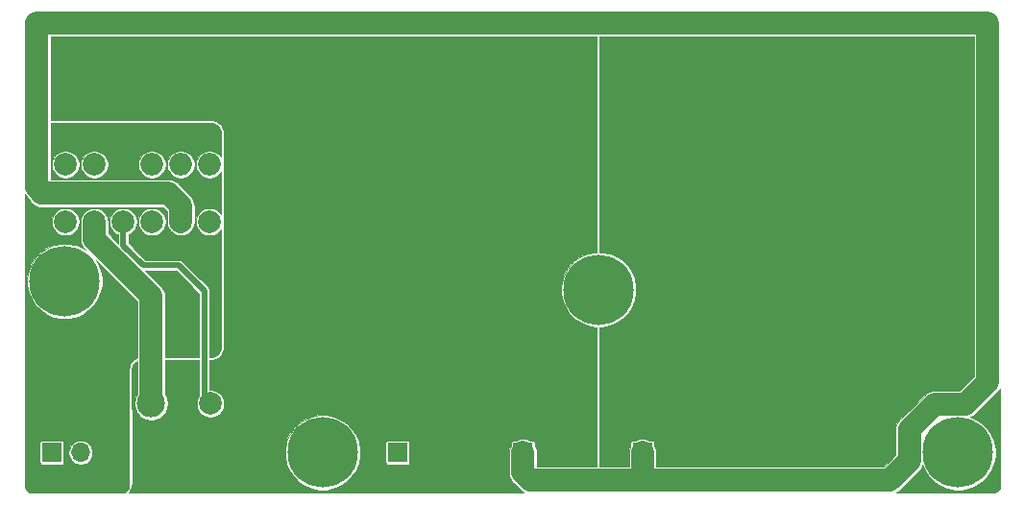
<source format=gbr>
G04 #@! TF.GenerationSoftware,KiCad,Pcbnew,(5.1.10)-1*
G04 #@! TF.CreationDate,2022-08-27T03:45:47-05:00*
G04 #@! TF.ProjectId,Common Slot Mini v1,436f6d6d-6f6e-4205-936c-6f74204d696e,rev?*
G04 #@! TF.SameCoordinates,Original*
G04 #@! TF.FileFunction,Copper,L2,Bot*
G04 #@! TF.FilePolarity,Positive*
%FSLAX46Y46*%
G04 Gerber Fmt 4.6, Leading zero omitted, Abs format (unit mm)*
G04 Created by KiCad (PCBNEW (5.1.10)-1) date 2022-08-27 03:45:47*
%MOMM*%
%LPD*%
G01*
G04 APERTURE LIST*
G04 #@! TA.AperFunction,ComponentPad*
%ADD10C,2.010000*%
G04 #@! TD*
G04 #@! TA.AperFunction,WasherPad*
%ADD11C,6.200000*%
G04 #@! TD*
G04 #@! TA.AperFunction,ComponentPad*
%ADD12C,2.000000*%
G04 #@! TD*
G04 #@! TA.AperFunction,ComponentPad*
%ADD13O,2.000000X2.000000*%
G04 #@! TD*
G04 #@! TA.AperFunction,ComponentPad*
%ADD14R,2.000000X2.000000*%
G04 #@! TD*
G04 #@! TA.AperFunction,ComponentPad*
%ADD15C,2.490000*%
G04 #@! TD*
G04 #@! TA.AperFunction,ComponentPad*
%ADD16C,3.750000*%
G04 #@! TD*
G04 #@! TA.AperFunction,ComponentPad*
%ADD17R,1.700000X1.700000*%
G04 #@! TD*
G04 #@! TA.AperFunction,ComponentPad*
%ADD18O,1.700000X1.700000*%
G04 #@! TD*
G04 #@! TA.AperFunction,ViaPad*
%ADD19C,1.500000*%
G04 #@! TD*
G04 #@! TA.AperFunction,ViaPad*
%ADD20C,0.800000*%
G04 #@! TD*
G04 #@! TA.AperFunction,Conductor*
%ADD21C,2.000000*%
G04 #@! TD*
G04 #@! TA.AperFunction,Conductor*
%ADD22C,0.500000*%
G04 #@! TD*
G04 #@! TA.AperFunction,Conductor*
%ADD23C,0.100000*%
G04 #@! TD*
G04 APERTURE END LIST*
D10*
X116760000Y-104048000D03*
D11*
X151000000Y-94000000D03*
X182673000Y-108366000D03*
X126666000Y-108366000D03*
X103933000Y-93253000D03*
D12*
X104000000Y-88000000D03*
X104000000Y-82960000D03*
X106540000Y-88000000D03*
X106540000Y-82960000D03*
X109080000Y-88000000D03*
D13*
X109080000Y-82960000D03*
D12*
X111620000Y-88000000D03*
D13*
X111620000Y-82960000D03*
D12*
X114160000Y-88000000D03*
D13*
X114160000Y-82960000D03*
D12*
X116700000Y-88000000D03*
D13*
X116700000Y-82960000D03*
D12*
X119240000Y-88000000D03*
D13*
X119240000Y-82960000D03*
D12*
X121780000Y-88000000D03*
D13*
X121780000Y-82960000D03*
D12*
X124320000Y-88000000D03*
D13*
X124320000Y-82960000D03*
D12*
X126860000Y-88000000D03*
D13*
X126860000Y-82960000D03*
D12*
X129400000Y-88000000D03*
D13*
X129400000Y-82960000D03*
D12*
X131940000Y-88000000D03*
D13*
X131940000Y-82960000D03*
D12*
X134480000Y-88000000D03*
D13*
X134480000Y-82960000D03*
D12*
X137020000Y-88000000D03*
D13*
X137020000Y-82960000D03*
D12*
X139560000Y-88000000D03*
D13*
X139560000Y-82960000D03*
D12*
X142100000Y-88000000D03*
D13*
X142100000Y-82960000D03*
D12*
X144640000Y-88000000D03*
D13*
X144640000Y-82960000D03*
D12*
X147180000Y-88000000D03*
D13*
X147180000Y-82960000D03*
D12*
X149720000Y-88000000D03*
D13*
X149720000Y-82960000D03*
D12*
X152260000Y-88000000D03*
D13*
X152260000Y-82960000D03*
D12*
X154800000Y-88000000D03*
D13*
X154800000Y-82960000D03*
D12*
X157340000Y-88000000D03*
D13*
X157340000Y-82960000D03*
D12*
X159880000Y-88000000D03*
D13*
X159880000Y-82960000D03*
D12*
X162420000Y-88000000D03*
D13*
X162420000Y-82960000D03*
D12*
X164960000Y-88000000D03*
D13*
X164960000Y-82960000D03*
D12*
X167500000Y-88000000D03*
D13*
X167500000Y-82960000D03*
D12*
X170040000Y-88000000D03*
D13*
X170040000Y-82960000D03*
D12*
X172580000Y-88000000D03*
D13*
X172580000Y-82960000D03*
D12*
X175120000Y-88000000D03*
D13*
X175120000Y-82960000D03*
D12*
X177660000Y-88000000D03*
D13*
X177660000Y-82960000D03*
D12*
X180200000Y-88000000D03*
D13*
X180200000Y-82960000D03*
D12*
X182740000Y-88000000D03*
D14*
X182740000Y-82960000D03*
D15*
X111553000Y-104048000D03*
X148510000Y-104810000D03*
X148510000Y-99984000D03*
X181276000Y-95920000D03*
X177339000Y-103794000D03*
D16*
X138350000Y-104175000D03*
X132635000Y-104175000D03*
X144065000Y-104175000D03*
X162737800Y-104140000D03*
X157657800Y-98552000D03*
X157657800Y-104140000D03*
X114093000Y-107858000D03*
X144065000Y-98460000D03*
X138350000Y-98460000D03*
X119808000Y-107858000D03*
X167817800Y-104140000D03*
X177977800Y-98552000D03*
X162737800Y-98552000D03*
X167817800Y-98552000D03*
X121205000Y-98460000D03*
X126920000Y-98460000D03*
X132635000Y-98460000D03*
X144065000Y-92745000D03*
X153717000Y-101508000D03*
X172897800Y-104140000D03*
X178104800Y-92964000D03*
X172897800Y-98552000D03*
X126920000Y-92745000D03*
X132635000Y-92745000D03*
X138350000Y-92745000D03*
X167944800Y-92964000D03*
X157784800Y-92964000D03*
X162864800Y-92964000D03*
X121205000Y-92745000D03*
X173024800Y-92964000D03*
D17*
X133270000Y-108366000D03*
D18*
X135810000Y-108366000D03*
X141779000Y-108366000D03*
D17*
X144319000Y-108366000D03*
D18*
X149780000Y-108366000D03*
X152320000Y-108366000D03*
D17*
X154860000Y-108366000D03*
X102790000Y-108366000D03*
D18*
X105330000Y-108366000D03*
X107870000Y-108366000D03*
D19*
X185269990Y-75473000D03*
D20*
X185213000Y-104556000D03*
X116760000Y-85633000D03*
X114093000Y-96301000D03*
D21*
X114160000Y-86585787D02*
X113080213Y-85506000D01*
X114160000Y-88000000D02*
X114160000Y-86585787D01*
X113080213Y-85506000D02*
X101901000Y-85506000D01*
X101901000Y-85379000D02*
X101480010Y-84958010D01*
X101901000Y-85506000D02*
X101901000Y-85379000D01*
X101480010Y-84958010D02*
X101480010Y-70480010D01*
X101480010Y-70480010D02*
X185269990Y-70480010D01*
X185269990Y-70480010D02*
X185269990Y-75473000D01*
X144319000Y-110144000D02*
X144993990Y-110818990D01*
X144319000Y-108366000D02*
X144319000Y-110144000D01*
X154860000Y-110271000D02*
X154312010Y-110818990D01*
X154860000Y-108366000D02*
X154860000Y-110271000D01*
X144993990Y-110818990D02*
X154312010Y-110818990D01*
X183287599Y-104105999D02*
X185269990Y-102123608D01*
X185269990Y-102123608D02*
X185269990Y-75473000D01*
X180628199Y-104105999D02*
X183287599Y-104105999D01*
X178413197Y-106321001D02*
X180628199Y-104105999D01*
X178367999Y-106321001D02*
X178413197Y-106321001D01*
X178367999Y-109115001D02*
X178367999Y-106321001D01*
X176664010Y-110818990D02*
X178367999Y-109115001D01*
X154312010Y-110818990D02*
X176664010Y-110818990D01*
D22*
X116252000Y-104048000D02*
X116252000Y-94142000D01*
X116252000Y-94142000D02*
X113966000Y-91856000D01*
X109080000Y-88000000D02*
X109080000Y-90101144D01*
X110834856Y-91856000D02*
X113966000Y-91856000D01*
X109080000Y-90101144D02*
X110834856Y-91856000D01*
D21*
X111553000Y-104048000D02*
X111553000Y-94908202D01*
X111553000Y-94568198D02*
X111553000Y-94908202D01*
X106540000Y-89555198D02*
X111553000Y-94568198D01*
X106540000Y-88000000D02*
X106540000Y-89555198D01*
D23*
X116935288Y-79318491D02*
X117113456Y-79372537D01*
X117277655Y-79460303D01*
X117421580Y-79578420D01*
X117539697Y-79722345D01*
X117627463Y-79886544D01*
X117681509Y-80064712D01*
X117700000Y-80252454D01*
X117700000Y-82278663D01*
X117639869Y-82188670D01*
X117471330Y-82020131D01*
X117273150Y-81887712D01*
X117052944Y-81796499D01*
X116819175Y-81750000D01*
X116580825Y-81750000D01*
X116347056Y-81796499D01*
X116126850Y-81887712D01*
X115928670Y-82020131D01*
X115760131Y-82188670D01*
X115627712Y-82386850D01*
X115536499Y-82607056D01*
X115490000Y-82840825D01*
X115490000Y-83079175D01*
X115536499Y-83312944D01*
X115627712Y-83533150D01*
X115760131Y-83731330D01*
X115928670Y-83899869D01*
X116126850Y-84032288D01*
X116347056Y-84123501D01*
X116580825Y-84170000D01*
X116819175Y-84170000D01*
X117052944Y-84123501D01*
X117273150Y-84032288D01*
X117471330Y-83899869D01*
X117639869Y-83731330D01*
X117700000Y-83641337D01*
X117700000Y-87318663D01*
X117639869Y-87228670D01*
X117471330Y-87060131D01*
X117273150Y-86927712D01*
X117052944Y-86836499D01*
X116819175Y-86790000D01*
X116580825Y-86790000D01*
X116347056Y-86836499D01*
X116126850Y-86927712D01*
X115928670Y-87060131D01*
X115760131Y-87228670D01*
X115627712Y-87426850D01*
X115536499Y-87647056D01*
X115490000Y-87880825D01*
X115490000Y-88119175D01*
X115536499Y-88352944D01*
X115627712Y-88573150D01*
X115760131Y-88771330D01*
X115928670Y-88939869D01*
X116126850Y-89072288D01*
X116347056Y-89163501D01*
X116580825Y-89210000D01*
X116819175Y-89210000D01*
X117052944Y-89163501D01*
X117273150Y-89072288D01*
X117471330Y-88939869D01*
X117639869Y-88771330D01*
X117700000Y-88681337D01*
X117700000Y-98995560D01*
X117681462Y-99183542D01*
X117627281Y-99361913D01*
X117539302Y-99526267D01*
X117420918Y-99670264D01*
X117276681Y-99788369D01*
X117112155Y-99876023D01*
X116933679Y-99929850D01*
X116745667Y-99948016D01*
X116712000Y-99947950D01*
X116712000Y-94164579D01*
X116714224Y-94141999D01*
X116712000Y-94119419D01*
X116712000Y-94119410D01*
X116705343Y-94051824D01*
X116679040Y-93965114D01*
X116636326Y-93885202D01*
X116578842Y-93815158D01*
X116561297Y-93800759D01*
X114307245Y-91546708D01*
X114292842Y-91529158D01*
X114222798Y-91471674D01*
X114142886Y-91428960D01*
X114056176Y-91402657D01*
X113988590Y-91396000D01*
X113988582Y-91396000D01*
X113966000Y-91393776D01*
X113943418Y-91396000D01*
X111025394Y-91396000D01*
X109540000Y-89910607D01*
X109540000Y-89119157D01*
X109653150Y-89072288D01*
X109851330Y-88939869D01*
X110019869Y-88771330D01*
X110152288Y-88573150D01*
X110243501Y-88352944D01*
X110290000Y-88119175D01*
X110290000Y-87880825D01*
X110410000Y-87880825D01*
X110410000Y-88119175D01*
X110456499Y-88352944D01*
X110547712Y-88573150D01*
X110680131Y-88771330D01*
X110848670Y-88939869D01*
X111046850Y-89072288D01*
X111267056Y-89163501D01*
X111500825Y-89210000D01*
X111739175Y-89210000D01*
X111972944Y-89163501D01*
X112193150Y-89072288D01*
X112391330Y-88939869D01*
X112559869Y-88771330D01*
X112692288Y-88573150D01*
X112783501Y-88352944D01*
X112830000Y-88119175D01*
X112830000Y-87880825D01*
X112783501Y-87647056D01*
X112692288Y-87426850D01*
X112559869Y-87228670D01*
X112391330Y-87060131D01*
X112193150Y-86927712D01*
X111972944Y-86836499D01*
X111739175Y-86790000D01*
X111500825Y-86790000D01*
X111267056Y-86836499D01*
X111046850Y-86927712D01*
X110848670Y-87060131D01*
X110680131Y-87228670D01*
X110547712Y-87426850D01*
X110456499Y-87647056D01*
X110410000Y-87880825D01*
X110290000Y-87880825D01*
X110243501Y-87647056D01*
X110152288Y-87426850D01*
X110019869Y-87228670D01*
X109851330Y-87060131D01*
X109653150Y-86927712D01*
X109432944Y-86836499D01*
X109199175Y-86790000D01*
X108960825Y-86790000D01*
X108727056Y-86836499D01*
X108506850Y-86927712D01*
X108308670Y-87060131D01*
X108140131Y-87228670D01*
X108007712Y-87426850D01*
X107916499Y-87647056D01*
X107870000Y-87880825D01*
X107870000Y-88119175D01*
X107916499Y-88352944D01*
X108007712Y-88573150D01*
X108140131Y-88771330D01*
X108308670Y-88939869D01*
X108506850Y-89072288D01*
X108620001Y-89119157D01*
X108620001Y-89924002D01*
X107750000Y-89054001D01*
X107750000Y-87880825D01*
X107738346Y-87822235D01*
X107732492Y-87762799D01*
X107715156Y-87705649D01*
X107703501Y-87647056D01*
X107680639Y-87591864D01*
X107663303Y-87534713D01*
X107635148Y-87482040D01*
X107612288Y-87426850D01*
X107579100Y-87377180D01*
X107550946Y-87324508D01*
X107513058Y-87278341D01*
X107479869Y-87228670D01*
X107437628Y-87186429D01*
X107399739Y-87140261D01*
X107353572Y-87102373D01*
X107311330Y-87060131D01*
X107261655Y-87026939D01*
X107215491Y-86989054D01*
X107162824Y-86960903D01*
X107113150Y-86927712D01*
X107057956Y-86904850D01*
X107005286Y-86876697D01*
X106948139Y-86859362D01*
X106892944Y-86836499D01*
X106834348Y-86824844D01*
X106777200Y-86807508D01*
X106717766Y-86801654D01*
X106659175Y-86790000D01*
X106599437Y-86790000D01*
X106540000Y-86784146D01*
X106480563Y-86790000D01*
X106420825Y-86790000D01*
X106362235Y-86801654D01*
X106302799Y-86807508D01*
X106245649Y-86824844D01*
X106187056Y-86836499D01*
X106131864Y-86859361D01*
X106074713Y-86876697D01*
X106022040Y-86904852D01*
X105966850Y-86927712D01*
X105917180Y-86960900D01*
X105864508Y-86989054D01*
X105818341Y-87026942D01*
X105768670Y-87060131D01*
X105726429Y-87102372D01*
X105680261Y-87140261D01*
X105642373Y-87186428D01*
X105600131Y-87228670D01*
X105566939Y-87278345D01*
X105529054Y-87324509D01*
X105500903Y-87377176D01*
X105467712Y-87426850D01*
X105444850Y-87482044D01*
X105416697Y-87534714D01*
X105399362Y-87591861D01*
X105376499Y-87647056D01*
X105364844Y-87705652D01*
X105347508Y-87762800D01*
X105341654Y-87822234D01*
X105330000Y-87880825D01*
X105330000Y-89495763D01*
X105324146Y-89555198D01*
X105330000Y-89614633D01*
X105330000Y-89614635D01*
X105347508Y-89792399D01*
X105416698Y-90020485D01*
X105529055Y-90230690D01*
X105680262Y-90414937D01*
X105726435Y-90452830D01*
X105779481Y-90505876D01*
X105500873Y-90319716D01*
X104898491Y-90070201D01*
X104259007Y-89943000D01*
X103606993Y-89943000D01*
X102967509Y-90070201D01*
X102365127Y-90319716D01*
X101822998Y-90681955D01*
X101361955Y-91142998D01*
X100999716Y-91685127D01*
X100750201Y-92287509D01*
X100623000Y-92926993D01*
X100623000Y-93579007D01*
X100750201Y-94218491D01*
X100999716Y-94820873D01*
X101361955Y-95363002D01*
X101822998Y-95824045D01*
X102365127Y-96186284D01*
X102967509Y-96435799D01*
X103606993Y-96563000D01*
X104259007Y-96563000D01*
X104898491Y-96435799D01*
X105500873Y-96186284D01*
X106043002Y-95824045D01*
X106504045Y-95363002D01*
X106866284Y-94820873D01*
X107115799Y-94218491D01*
X107243000Y-93579007D01*
X107243000Y-92926993D01*
X107115799Y-92287509D01*
X106866284Y-91685127D01*
X106680125Y-91406520D01*
X110343001Y-95069397D01*
X110343000Y-99986676D01*
X110253191Y-100013785D01*
X110244113Y-100017533D01*
X110070784Y-100109963D01*
X110062613Y-100115413D01*
X109910697Y-100239943D01*
X109903750Y-100246886D01*
X109779108Y-100398710D01*
X109773651Y-100406876D01*
X109681093Y-100580137D01*
X109677339Y-100589213D01*
X109620437Y-100777225D01*
X109618529Y-100786860D01*
X109599478Y-100982368D01*
X109599242Y-100987279D01*
X109611751Y-111094918D01*
X109593325Y-111283531D01*
X109539015Y-111462498D01*
X109450685Y-111627356D01*
X109331762Y-111771706D01*
X109206406Y-111874000D01*
X100806604Y-111874000D01*
X100748785Y-111842814D01*
X100605834Y-111724794D01*
X100488527Y-111581250D01*
X100425000Y-111462049D01*
X100425000Y-107516000D01*
X101728984Y-107516000D01*
X101728984Y-109216000D01*
X101733039Y-109257167D01*
X101745047Y-109296752D01*
X101764547Y-109333234D01*
X101790789Y-109365211D01*
X101822766Y-109391453D01*
X101859248Y-109410953D01*
X101898833Y-109422961D01*
X101940000Y-109427016D01*
X103640000Y-109427016D01*
X103681167Y-109422961D01*
X103720752Y-109410953D01*
X103757234Y-109391453D01*
X103789211Y-109365211D01*
X103815453Y-109333234D01*
X103834953Y-109296752D01*
X103846961Y-109257167D01*
X103851016Y-109216000D01*
X103851016Y-108261599D01*
X104270000Y-108261599D01*
X104270000Y-108470401D01*
X104310735Y-108675191D01*
X104390640Y-108868098D01*
X104506644Y-109041711D01*
X104654289Y-109189356D01*
X104827902Y-109305360D01*
X105020809Y-109385265D01*
X105225599Y-109426000D01*
X105434401Y-109426000D01*
X105639191Y-109385265D01*
X105832098Y-109305360D01*
X106005711Y-109189356D01*
X106153356Y-109041711D01*
X106269360Y-108868098D01*
X106349265Y-108675191D01*
X106390000Y-108470401D01*
X106390000Y-108261599D01*
X106349265Y-108056809D01*
X106269360Y-107863902D01*
X106153356Y-107690289D01*
X106005711Y-107542644D01*
X105832098Y-107426640D01*
X105639191Y-107346735D01*
X105434401Y-107306000D01*
X105225599Y-107306000D01*
X105020809Y-107346735D01*
X104827902Y-107426640D01*
X104654289Y-107542644D01*
X104506644Y-107690289D01*
X104390640Y-107863902D01*
X104310735Y-108056809D01*
X104270000Y-108261599D01*
X103851016Y-108261599D01*
X103851016Y-107516000D01*
X103846961Y-107474833D01*
X103834953Y-107435248D01*
X103815453Y-107398766D01*
X103789211Y-107366789D01*
X103757234Y-107340547D01*
X103720752Y-107321047D01*
X103681167Y-107309039D01*
X103640000Y-107304984D01*
X101940000Y-107304984D01*
X101898833Y-107309039D01*
X101859248Y-107321047D01*
X101822766Y-107340547D01*
X101790789Y-107366789D01*
X101764547Y-107398766D01*
X101745047Y-107435248D01*
X101733039Y-107474833D01*
X101728984Y-107516000D01*
X100425000Y-107516000D01*
X100425000Y-87880825D01*
X102790000Y-87880825D01*
X102790000Y-88119175D01*
X102836499Y-88352944D01*
X102927712Y-88573150D01*
X103060131Y-88771330D01*
X103228670Y-88939869D01*
X103426850Y-89072288D01*
X103647056Y-89163501D01*
X103880825Y-89210000D01*
X104119175Y-89210000D01*
X104352944Y-89163501D01*
X104573150Y-89072288D01*
X104771330Y-88939869D01*
X104939869Y-88771330D01*
X105072288Y-88573150D01*
X105163501Y-88352944D01*
X105210000Y-88119175D01*
X105210000Y-87880825D01*
X105163501Y-87647056D01*
X105072288Y-87426850D01*
X104939869Y-87228670D01*
X104771330Y-87060131D01*
X104573150Y-86927712D01*
X104352944Y-86836499D01*
X104119175Y-86790000D01*
X103880825Y-86790000D01*
X103647056Y-86836499D01*
X103426850Y-86927712D01*
X103228670Y-87060131D01*
X103060131Y-87228670D01*
X102927712Y-87426850D01*
X102836499Y-87647056D01*
X102790000Y-87880825D01*
X100425000Y-87880825D01*
X100425000Y-85551063D01*
X100469064Y-85633501D01*
X100620271Y-85817749D01*
X100666450Y-85855647D01*
X100775784Y-85964981D01*
X100777697Y-85971287D01*
X100890054Y-86181492D01*
X100968129Y-86276627D01*
X101041261Y-86365739D01*
X101225508Y-86516946D01*
X101435713Y-86629303D01*
X101663799Y-86698492D01*
X101901000Y-86721854D01*
X101960437Y-86716000D01*
X112579015Y-86716000D01*
X112950000Y-87086985D01*
X112950000Y-88119175D01*
X112961654Y-88177766D01*
X112967508Y-88237200D01*
X112984844Y-88294348D01*
X112996499Y-88352944D01*
X113019362Y-88408139D01*
X113036697Y-88465286D01*
X113064850Y-88517956D01*
X113087712Y-88573150D01*
X113120903Y-88622824D01*
X113149054Y-88675491D01*
X113186939Y-88721655D01*
X113220131Y-88771330D01*
X113262373Y-88813572D01*
X113300261Y-88859739D01*
X113346429Y-88897628D01*
X113388670Y-88939869D01*
X113438341Y-88973058D01*
X113484508Y-89010946D01*
X113537180Y-89039100D01*
X113586850Y-89072288D01*
X113642040Y-89095148D01*
X113694713Y-89123303D01*
X113751864Y-89140639D01*
X113807056Y-89163501D01*
X113865649Y-89175156D01*
X113922799Y-89192492D01*
X113982235Y-89198346D01*
X114040825Y-89210000D01*
X114100563Y-89210000D01*
X114160000Y-89215854D01*
X114219437Y-89210000D01*
X114279175Y-89210000D01*
X114337766Y-89198346D01*
X114397200Y-89192492D01*
X114454348Y-89175156D01*
X114512944Y-89163501D01*
X114568139Y-89140638D01*
X114625286Y-89123303D01*
X114677956Y-89095150D01*
X114733150Y-89072288D01*
X114782824Y-89039097D01*
X114835491Y-89010946D01*
X114881655Y-88973061D01*
X114931330Y-88939869D01*
X114973572Y-88897627D01*
X115019739Y-88859739D01*
X115057628Y-88813571D01*
X115099869Y-88771330D01*
X115133058Y-88721659D01*
X115170946Y-88675492D01*
X115199100Y-88622820D01*
X115232288Y-88573150D01*
X115255148Y-88517960D01*
X115283303Y-88465287D01*
X115300639Y-88408136D01*
X115323501Y-88352944D01*
X115335156Y-88294351D01*
X115352492Y-88237201D01*
X115358346Y-88177765D01*
X115370000Y-88119175D01*
X115370000Y-86645221D01*
X115375854Y-86585786D01*
X115369074Y-86516946D01*
X115352492Y-86348586D01*
X115283303Y-86120500D01*
X115170946Y-85910295D01*
X115170945Y-85910293D01*
X115057627Y-85772215D01*
X115019739Y-85726048D01*
X114973570Y-85688159D01*
X113977849Y-84692439D01*
X113939952Y-84646261D01*
X113755705Y-84495054D01*
X113545500Y-84382697D01*
X113317414Y-84313508D01*
X113139650Y-84296000D01*
X113139648Y-84296000D01*
X113080213Y-84290146D01*
X113020778Y-84296000D01*
X102690010Y-84296000D01*
X102690010Y-82840825D01*
X102790000Y-82840825D01*
X102790000Y-83079175D01*
X102836499Y-83312944D01*
X102927712Y-83533150D01*
X103060131Y-83731330D01*
X103228670Y-83899869D01*
X103426850Y-84032288D01*
X103647056Y-84123501D01*
X103880825Y-84170000D01*
X104119175Y-84170000D01*
X104352944Y-84123501D01*
X104573150Y-84032288D01*
X104771330Y-83899869D01*
X104939869Y-83731330D01*
X105072288Y-83533150D01*
X105163501Y-83312944D01*
X105210000Y-83079175D01*
X105210000Y-82840825D01*
X105330000Y-82840825D01*
X105330000Y-83079175D01*
X105376499Y-83312944D01*
X105467712Y-83533150D01*
X105600131Y-83731330D01*
X105768670Y-83899869D01*
X105966850Y-84032288D01*
X106187056Y-84123501D01*
X106420825Y-84170000D01*
X106659175Y-84170000D01*
X106892944Y-84123501D01*
X107113150Y-84032288D01*
X107311330Y-83899869D01*
X107479869Y-83731330D01*
X107612288Y-83533150D01*
X107703501Y-83312944D01*
X107750000Y-83079175D01*
X107750000Y-82840825D01*
X110410000Y-82840825D01*
X110410000Y-83079175D01*
X110456499Y-83312944D01*
X110547712Y-83533150D01*
X110680131Y-83731330D01*
X110848670Y-83899869D01*
X111046850Y-84032288D01*
X111267056Y-84123501D01*
X111500825Y-84170000D01*
X111739175Y-84170000D01*
X111972944Y-84123501D01*
X112193150Y-84032288D01*
X112391330Y-83899869D01*
X112559869Y-83731330D01*
X112692288Y-83533150D01*
X112783501Y-83312944D01*
X112830000Y-83079175D01*
X112830000Y-82840825D01*
X112950000Y-82840825D01*
X112950000Y-83079175D01*
X112996499Y-83312944D01*
X113087712Y-83533150D01*
X113220131Y-83731330D01*
X113388670Y-83899869D01*
X113586850Y-84032288D01*
X113807056Y-84123501D01*
X114040825Y-84170000D01*
X114279175Y-84170000D01*
X114512944Y-84123501D01*
X114733150Y-84032288D01*
X114931330Y-83899869D01*
X115099869Y-83731330D01*
X115232288Y-83533150D01*
X115323501Y-83312944D01*
X115370000Y-83079175D01*
X115370000Y-82840825D01*
X115323501Y-82607056D01*
X115232288Y-82386850D01*
X115099869Y-82188670D01*
X114931330Y-82020131D01*
X114733150Y-81887712D01*
X114512944Y-81796499D01*
X114279175Y-81750000D01*
X114040825Y-81750000D01*
X113807056Y-81796499D01*
X113586850Y-81887712D01*
X113388670Y-82020131D01*
X113220131Y-82188670D01*
X113087712Y-82386850D01*
X112996499Y-82607056D01*
X112950000Y-82840825D01*
X112830000Y-82840825D01*
X112783501Y-82607056D01*
X112692288Y-82386850D01*
X112559869Y-82188670D01*
X112391330Y-82020131D01*
X112193150Y-81887712D01*
X111972944Y-81796499D01*
X111739175Y-81750000D01*
X111500825Y-81750000D01*
X111267056Y-81796499D01*
X111046850Y-81887712D01*
X110848670Y-82020131D01*
X110680131Y-82188670D01*
X110547712Y-82386850D01*
X110456499Y-82607056D01*
X110410000Y-82840825D01*
X107750000Y-82840825D01*
X107703501Y-82607056D01*
X107612288Y-82386850D01*
X107479869Y-82188670D01*
X107311330Y-82020131D01*
X107113150Y-81887712D01*
X106892944Y-81796499D01*
X106659175Y-81750000D01*
X106420825Y-81750000D01*
X106187056Y-81796499D01*
X105966850Y-81887712D01*
X105768670Y-82020131D01*
X105600131Y-82188670D01*
X105467712Y-82386850D01*
X105376499Y-82607056D01*
X105330000Y-82840825D01*
X105210000Y-82840825D01*
X105163501Y-82607056D01*
X105072288Y-82386850D01*
X104939869Y-82188670D01*
X104771330Y-82020131D01*
X104573150Y-81887712D01*
X104352944Y-81796499D01*
X104119175Y-81750000D01*
X103880825Y-81750000D01*
X103647056Y-81796499D01*
X103426850Y-81887712D01*
X103228670Y-82020131D01*
X103060131Y-82188670D01*
X102927712Y-82386850D01*
X102836499Y-82607056D01*
X102790000Y-82840825D01*
X102690010Y-82840825D01*
X102690010Y-79300000D01*
X116747546Y-79300000D01*
X116935288Y-79318491D01*
G04 #@! TA.AperFunction,Conductor*
G36*
X116935288Y-79318491D02*
G01*
X117113456Y-79372537D01*
X117277655Y-79460303D01*
X117421580Y-79578420D01*
X117539697Y-79722345D01*
X117627463Y-79886544D01*
X117681509Y-80064712D01*
X117700000Y-80252454D01*
X117700000Y-82278663D01*
X117639869Y-82188670D01*
X117471330Y-82020131D01*
X117273150Y-81887712D01*
X117052944Y-81796499D01*
X116819175Y-81750000D01*
X116580825Y-81750000D01*
X116347056Y-81796499D01*
X116126850Y-81887712D01*
X115928670Y-82020131D01*
X115760131Y-82188670D01*
X115627712Y-82386850D01*
X115536499Y-82607056D01*
X115490000Y-82840825D01*
X115490000Y-83079175D01*
X115536499Y-83312944D01*
X115627712Y-83533150D01*
X115760131Y-83731330D01*
X115928670Y-83899869D01*
X116126850Y-84032288D01*
X116347056Y-84123501D01*
X116580825Y-84170000D01*
X116819175Y-84170000D01*
X117052944Y-84123501D01*
X117273150Y-84032288D01*
X117471330Y-83899869D01*
X117639869Y-83731330D01*
X117700000Y-83641337D01*
X117700000Y-87318663D01*
X117639869Y-87228670D01*
X117471330Y-87060131D01*
X117273150Y-86927712D01*
X117052944Y-86836499D01*
X116819175Y-86790000D01*
X116580825Y-86790000D01*
X116347056Y-86836499D01*
X116126850Y-86927712D01*
X115928670Y-87060131D01*
X115760131Y-87228670D01*
X115627712Y-87426850D01*
X115536499Y-87647056D01*
X115490000Y-87880825D01*
X115490000Y-88119175D01*
X115536499Y-88352944D01*
X115627712Y-88573150D01*
X115760131Y-88771330D01*
X115928670Y-88939869D01*
X116126850Y-89072288D01*
X116347056Y-89163501D01*
X116580825Y-89210000D01*
X116819175Y-89210000D01*
X117052944Y-89163501D01*
X117273150Y-89072288D01*
X117471330Y-88939869D01*
X117639869Y-88771330D01*
X117700000Y-88681337D01*
X117700000Y-98995560D01*
X117681462Y-99183542D01*
X117627281Y-99361913D01*
X117539302Y-99526267D01*
X117420918Y-99670264D01*
X117276681Y-99788369D01*
X117112155Y-99876023D01*
X116933679Y-99929850D01*
X116745667Y-99948016D01*
X116712000Y-99947950D01*
X116712000Y-94164579D01*
X116714224Y-94141999D01*
X116712000Y-94119419D01*
X116712000Y-94119410D01*
X116705343Y-94051824D01*
X116679040Y-93965114D01*
X116636326Y-93885202D01*
X116578842Y-93815158D01*
X116561297Y-93800759D01*
X114307245Y-91546708D01*
X114292842Y-91529158D01*
X114222798Y-91471674D01*
X114142886Y-91428960D01*
X114056176Y-91402657D01*
X113988590Y-91396000D01*
X113988582Y-91396000D01*
X113966000Y-91393776D01*
X113943418Y-91396000D01*
X111025394Y-91396000D01*
X109540000Y-89910607D01*
X109540000Y-89119157D01*
X109653150Y-89072288D01*
X109851330Y-88939869D01*
X110019869Y-88771330D01*
X110152288Y-88573150D01*
X110243501Y-88352944D01*
X110290000Y-88119175D01*
X110290000Y-87880825D01*
X110410000Y-87880825D01*
X110410000Y-88119175D01*
X110456499Y-88352944D01*
X110547712Y-88573150D01*
X110680131Y-88771330D01*
X110848670Y-88939869D01*
X111046850Y-89072288D01*
X111267056Y-89163501D01*
X111500825Y-89210000D01*
X111739175Y-89210000D01*
X111972944Y-89163501D01*
X112193150Y-89072288D01*
X112391330Y-88939869D01*
X112559869Y-88771330D01*
X112692288Y-88573150D01*
X112783501Y-88352944D01*
X112830000Y-88119175D01*
X112830000Y-87880825D01*
X112783501Y-87647056D01*
X112692288Y-87426850D01*
X112559869Y-87228670D01*
X112391330Y-87060131D01*
X112193150Y-86927712D01*
X111972944Y-86836499D01*
X111739175Y-86790000D01*
X111500825Y-86790000D01*
X111267056Y-86836499D01*
X111046850Y-86927712D01*
X110848670Y-87060131D01*
X110680131Y-87228670D01*
X110547712Y-87426850D01*
X110456499Y-87647056D01*
X110410000Y-87880825D01*
X110290000Y-87880825D01*
X110243501Y-87647056D01*
X110152288Y-87426850D01*
X110019869Y-87228670D01*
X109851330Y-87060131D01*
X109653150Y-86927712D01*
X109432944Y-86836499D01*
X109199175Y-86790000D01*
X108960825Y-86790000D01*
X108727056Y-86836499D01*
X108506850Y-86927712D01*
X108308670Y-87060131D01*
X108140131Y-87228670D01*
X108007712Y-87426850D01*
X107916499Y-87647056D01*
X107870000Y-87880825D01*
X107870000Y-88119175D01*
X107916499Y-88352944D01*
X108007712Y-88573150D01*
X108140131Y-88771330D01*
X108308670Y-88939869D01*
X108506850Y-89072288D01*
X108620001Y-89119157D01*
X108620001Y-89924002D01*
X107750000Y-89054001D01*
X107750000Y-87880825D01*
X107738346Y-87822235D01*
X107732492Y-87762799D01*
X107715156Y-87705649D01*
X107703501Y-87647056D01*
X107680639Y-87591864D01*
X107663303Y-87534713D01*
X107635148Y-87482040D01*
X107612288Y-87426850D01*
X107579100Y-87377180D01*
X107550946Y-87324508D01*
X107513058Y-87278341D01*
X107479869Y-87228670D01*
X107437628Y-87186429D01*
X107399739Y-87140261D01*
X107353572Y-87102373D01*
X107311330Y-87060131D01*
X107261655Y-87026939D01*
X107215491Y-86989054D01*
X107162824Y-86960903D01*
X107113150Y-86927712D01*
X107057956Y-86904850D01*
X107005286Y-86876697D01*
X106948139Y-86859362D01*
X106892944Y-86836499D01*
X106834348Y-86824844D01*
X106777200Y-86807508D01*
X106717766Y-86801654D01*
X106659175Y-86790000D01*
X106599437Y-86790000D01*
X106540000Y-86784146D01*
X106480563Y-86790000D01*
X106420825Y-86790000D01*
X106362235Y-86801654D01*
X106302799Y-86807508D01*
X106245649Y-86824844D01*
X106187056Y-86836499D01*
X106131864Y-86859361D01*
X106074713Y-86876697D01*
X106022040Y-86904852D01*
X105966850Y-86927712D01*
X105917180Y-86960900D01*
X105864508Y-86989054D01*
X105818341Y-87026942D01*
X105768670Y-87060131D01*
X105726429Y-87102372D01*
X105680261Y-87140261D01*
X105642373Y-87186428D01*
X105600131Y-87228670D01*
X105566939Y-87278345D01*
X105529054Y-87324509D01*
X105500903Y-87377176D01*
X105467712Y-87426850D01*
X105444850Y-87482044D01*
X105416697Y-87534714D01*
X105399362Y-87591861D01*
X105376499Y-87647056D01*
X105364844Y-87705652D01*
X105347508Y-87762800D01*
X105341654Y-87822234D01*
X105330000Y-87880825D01*
X105330000Y-89495763D01*
X105324146Y-89555198D01*
X105330000Y-89614633D01*
X105330000Y-89614635D01*
X105347508Y-89792399D01*
X105416698Y-90020485D01*
X105529055Y-90230690D01*
X105680262Y-90414937D01*
X105726435Y-90452830D01*
X105779481Y-90505876D01*
X105500873Y-90319716D01*
X104898491Y-90070201D01*
X104259007Y-89943000D01*
X103606993Y-89943000D01*
X102967509Y-90070201D01*
X102365127Y-90319716D01*
X101822998Y-90681955D01*
X101361955Y-91142998D01*
X100999716Y-91685127D01*
X100750201Y-92287509D01*
X100623000Y-92926993D01*
X100623000Y-93579007D01*
X100750201Y-94218491D01*
X100999716Y-94820873D01*
X101361955Y-95363002D01*
X101822998Y-95824045D01*
X102365127Y-96186284D01*
X102967509Y-96435799D01*
X103606993Y-96563000D01*
X104259007Y-96563000D01*
X104898491Y-96435799D01*
X105500873Y-96186284D01*
X106043002Y-95824045D01*
X106504045Y-95363002D01*
X106866284Y-94820873D01*
X107115799Y-94218491D01*
X107243000Y-93579007D01*
X107243000Y-92926993D01*
X107115799Y-92287509D01*
X106866284Y-91685127D01*
X106680125Y-91406520D01*
X110343001Y-95069397D01*
X110343000Y-99986676D01*
X110253191Y-100013785D01*
X110244113Y-100017533D01*
X110070784Y-100109963D01*
X110062613Y-100115413D01*
X109910697Y-100239943D01*
X109903750Y-100246886D01*
X109779108Y-100398710D01*
X109773651Y-100406876D01*
X109681093Y-100580137D01*
X109677339Y-100589213D01*
X109620437Y-100777225D01*
X109618529Y-100786860D01*
X109599478Y-100982368D01*
X109599242Y-100987279D01*
X109611751Y-111094918D01*
X109593325Y-111283531D01*
X109539015Y-111462498D01*
X109450685Y-111627356D01*
X109331762Y-111771706D01*
X109206406Y-111874000D01*
X100806604Y-111874000D01*
X100748785Y-111842814D01*
X100605834Y-111724794D01*
X100488527Y-111581250D01*
X100425000Y-111462049D01*
X100425000Y-107516000D01*
X101728984Y-107516000D01*
X101728984Y-109216000D01*
X101733039Y-109257167D01*
X101745047Y-109296752D01*
X101764547Y-109333234D01*
X101790789Y-109365211D01*
X101822766Y-109391453D01*
X101859248Y-109410953D01*
X101898833Y-109422961D01*
X101940000Y-109427016D01*
X103640000Y-109427016D01*
X103681167Y-109422961D01*
X103720752Y-109410953D01*
X103757234Y-109391453D01*
X103789211Y-109365211D01*
X103815453Y-109333234D01*
X103834953Y-109296752D01*
X103846961Y-109257167D01*
X103851016Y-109216000D01*
X103851016Y-108261599D01*
X104270000Y-108261599D01*
X104270000Y-108470401D01*
X104310735Y-108675191D01*
X104390640Y-108868098D01*
X104506644Y-109041711D01*
X104654289Y-109189356D01*
X104827902Y-109305360D01*
X105020809Y-109385265D01*
X105225599Y-109426000D01*
X105434401Y-109426000D01*
X105639191Y-109385265D01*
X105832098Y-109305360D01*
X106005711Y-109189356D01*
X106153356Y-109041711D01*
X106269360Y-108868098D01*
X106349265Y-108675191D01*
X106390000Y-108470401D01*
X106390000Y-108261599D01*
X106349265Y-108056809D01*
X106269360Y-107863902D01*
X106153356Y-107690289D01*
X106005711Y-107542644D01*
X105832098Y-107426640D01*
X105639191Y-107346735D01*
X105434401Y-107306000D01*
X105225599Y-107306000D01*
X105020809Y-107346735D01*
X104827902Y-107426640D01*
X104654289Y-107542644D01*
X104506644Y-107690289D01*
X104390640Y-107863902D01*
X104310735Y-108056809D01*
X104270000Y-108261599D01*
X103851016Y-108261599D01*
X103851016Y-107516000D01*
X103846961Y-107474833D01*
X103834953Y-107435248D01*
X103815453Y-107398766D01*
X103789211Y-107366789D01*
X103757234Y-107340547D01*
X103720752Y-107321047D01*
X103681167Y-107309039D01*
X103640000Y-107304984D01*
X101940000Y-107304984D01*
X101898833Y-107309039D01*
X101859248Y-107321047D01*
X101822766Y-107340547D01*
X101790789Y-107366789D01*
X101764547Y-107398766D01*
X101745047Y-107435248D01*
X101733039Y-107474833D01*
X101728984Y-107516000D01*
X100425000Y-107516000D01*
X100425000Y-87880825D01*
X102790000Y-87880825D01*
X102790000Y-88119175D01*
X102836499Y-88352944D01*
X102927712Y-88573150D01*
X103060131Y-88771330D01*
X103228670Y-88939869D01*
X103426850Y-89072288D01*
X103647056Y-89163501D01*
X103880825Y-89210000D01*
X104119175Y-89210000D01*
X104352944Y-89163501D01*
X104573150Y-89072288D01*
X104771330Y-88939869D01*
X104939869Y-88771330D01*
X105072288Y-88573150D01*
X105163501Y-88352944D01*
X105210000Y-88119175D01*
X105210000Y-87880825D01*
X105163501Y-87647056D01*
X105072288Y-87426850D01*
X104939869Y-87228670D01*
X104771330Y-87060131D01*
X104573150Y-86927712D01*
X104352944Y-86836499D01*
X104119175Y-86790000D01*
X103880825Y-86790000D01*
X103647056Y-86836499D01*
X103426850Y-86927712D01*
X103228670Y-87060131D01*
X103060131Y-87228670D01*
X102927712Y-87426850D01*
X102836499Y-87647056D01*
X102790000Y-87880825D01*
X100425000Y-87880825D01*
X100425000Y-85551063D01*
X100469064Y-85633501D01*
X100620271Y-85817749D01*
X100666450Y-85855647D01*
X100775784Y-85964981D01*
X100777697Y-85971287D01*
X100890054Y-86181492D01*
X100968129Y-86276627D01*
X101041261Y-86365739D01*
X101225508Y-86516946D01*
X101435713Y-86629303D01*
X101663799Y-86698492D01*
X101901000Y-86721854D01*
X101960437Y-86716000D01*
X112579015Y-86716000D01*
X112950000Y-87086985D01*
X112950000Y-88119175D01*
X112961654Y-88177766D01*
X112967508Y-88237200D01*
X112984844Y-88294348D01*
X112996499Y-88352944D01*
X113019362Y-88408139D01*
X113036697Y-88465286D01*
X113064850Y-88517956D01*
X113087712Y-88573150D01*
X113120903Y-88622824D01*
X113149054Y-88675491D01*
X113186939Y-88721655D01*
X113220131Y-88771330D01*
X113262373Y-88813572D01*
X113300261Y-88859739D01*
X113346429Y-88897628D01*
X113388670Y-88939869D01*
X113438341Y-88973058D01*
X113484508Y-89010946D01*
X113537180Y-89039100D01*
X113586850Y-89072288D01*
X113642040Y-89095148D01*
X113694713Y-89123303D01*
X113751864Y-89140639D01*
X113807056Y-89163501D01*
X113865649Y-89175156D01*
X113922799Y-89192492D01*
X113982235Y-89198346D01*
X114040825Y-89210000D01*
X114100563Y-89210000D01*
X114160000Y-89215854D01*
X114219437Y-89210000D01*
X114279175Y-89210000D01*
X114337766Y-89198346D01*
X114397200Y-89192492D01*
X114454348Y-89175156D01*
X114512944Y-89163501D01*
X114568139Y-89140638D01*
X114625286Y-89123303D01*
X114677956Y-89095150D01*
X114733150Y-89072288D01*
X114782824Y-89039097D01*
X114835491Y-89010946D01*
X114881655Y-88973061D01*
X114931330Y-88939869D01*
X114973572Y-88897627D01*
X115019739Y-88859739D01*
X115057628Y-88813571D01*
X115099869Y-88771330D01*
X115133058Y-88721659D01*
X115170946Y-88675492D01*
X115199100Y-88622820D01*
X115232288Y-88573150D01*
X115255148Y-88517960D01*
X115283303Y-88465287D01*
X115300639Y-88408136D01*
X115323501Y-88352944D01*
X115335156Y-88294351D01*
X115352492Y-88237201D01*
X115358346Y-88177765D01*
X115370000Y-88119175D01*
X115370000Y-86645221D01*
X115375854Y-86585786D01*
X115369074Y-86516946D01*
X115352492Y-86348586D01*
X115283303Y-86120500D01*
X115170946Y-85910295D01*
X115170945Y-85910293D01*
X115057627Y-85772215D01*
X115019739Y-85726048D01*
X114973570Y-85688159D01*
X113977849Y-84692439D01*
X113939952Y-84646261D01*
X113755705Y-84495054D01*
X113545500Y-84382697D01*
X113317414Y-84313508D01*
X113139650Y-84296000D01*
X113139648Y-84296000D01*
X113080213Y-84290146D01*
X113020778Y-84296000D01*
X102690010Y-84296000D01*
X102690010Y-82840825D01*
X102790000Y-82840825D01*
X102790000Y-83079175D01*
X102836499Y-83312944D01*
X102927712Y-83533150D01*
X103060131Y-83731330D01*
X103228670Y-83899869D01*
X103426850Y-84032288D01*
X103647056Y-84123501D01*
X103880825Y-84170000D01*
X104119175Y-84170000D01*
X104352944Y-84123501D01*
X104573150Y-84032288D01*
X104771330Y-83899869D01*
X104939869Y-83731330D01*
X105072288Y-83533150D01*
X105163501Y-83312944D01*
X105210000Y-83079175D01*
X105210000Y-82840825D01*
X105330000Y-82840825D01*
X105330000Y-83079175D01*
X105376499Y-83312944D01*
X105467712Y-83533150D01*
X105600131Y-83731330D01*
X105768670Y-83899869D01*
X105966850Y-84032288D01*
X106187056Y-84123501D01*
X106420825Y-84170000D01*
X106659175Y-84170000D01*
X106892944Y-84123501D01*
X107113150Y-84032288D01*
X107311330Y-83899869D01*
X107479869Y-83731330D01*
X107612288Y-83533150D01*
X107703501Y-83312944D01*
X107750000Y-83079175D01*
X107750000Y-82840825D01*
X110410000Y-82840825D01*
X110410000Y-83079175D01*
X110456499Y-83312944D01*
X110547712Y-83533150D01*
X110680131Y-83731330D01*
X110848670Y-83899869D01*
X111046850Y-84032288D01*
X111267056Y-84123501D01*
X111500825Y-84170000D01*
X111739175Y-84170000D01*
X111972944Y-84123501D01*
X112193150Y-84032288D01*
X112391330Y-83899869D01*
X112559869Y-83731330D01*
X112692288Y-83533150D01*
X112783501Y-83312944D01*
X112830000Y-83079175D01*
X112830000Y-82840825D01*
X112950000Y-82840825D01*
X112950000Y-83079175D01*
X112996499Y-83312944D01*
X113087712Y-83533150D01*
X113220131Y-83731330D01*
X113388670Y-83899869D01*
X113586850Y-84032288D01*
X113807056Y-84123501D01*
X114040825Y-84170000D01*
X114279175Y-84170000D01*
X114512944Y-84123501D01*
X114733150Y-84032288D01*
X114931330Y-83899869D01*
X115099869Y-83731330D01*
X115232288Y-83533150D01*
X115323501Y-83312944D01*
X115370000Y-83079175D01*
X115370000Y-82840825D01*
X115323501Y-82607056D01*
X115232288Y-82386850D01*
X115099869Y-82188670D01*
X114931330Y-82020131D01*
X114733150Y-81887712D01*
X114512944Y-81796499D01*
X114279175Y-81750000D01*
X114040825Y-81750000D01*
X113807056Y-81796499D01*
X113586850Y-81887712D01*
X113388670Y-82020131D01*
X113220131Y-82188670D01*
X113087712Y-82386850D01*
X112996499Y-82607056D01*
X112950000Y-82840825D01*
X112830000Y-82840825D01*
X112783501Y-82607056D01*
X112692288Y-82386850D01*
X112559869Y-82188670D01*
X112391330Y-82020131D01*
X112193150Y-81887712D01*
X111972944Y-81796499D01*
X111739175Y-81750000D01*
X111500825Y-81750000D01*
X111267056Y-81796499D01*
X111046850Y-81887712D01*
X110848670Y-82020131D01*
X110680131Y-82188670D01*
X110547712Y-82386850D01*
X110456499Y-82607056D01*
X110410000Y-82840825D01*
X107750000Y-82840825D01*
X107703501Y-82607056D01*
X107612288Y-82386850D01*
X107479869Y-82188670D01*
X107311330Y-82020131D01*
X107113150Y-81887712D01*
X106892944Y-81796499D01*
X106659175Y-81750000D01*
X106420825Y-81750000D01*
X106187056Y-81796499D01*
X105966850Y-81887712D01*
X105768670Y-82020131D01*
X105600131Y-82188670D01*
X105467712Y-82386850D01*
X105376499Y-82607056D01*
X105330000Y-82840825D01*
X105210000Y-82840825D01*
X105163501Y-82607056D01*
X105072288Y-82386850D01*
X104939869Y-82188670D01*
X104771330Y-82020131D01*
X104573150Y-81887712D01*
X104352944Y-81796499D01*
X104119175Y-81750000D01*
X103880825Y-81750000D01*
X103647056Y-81796499D01*
X103426850Y-81887712D01*
X103228670Y-82020131D01*
X103060131Y-82188670D01*
X102927712Y-82386850D01*
X102836499Y-82607056D01*
X102790000Y-82840825D01*
X102690010Y-82840825D01*
X102690010Y-79300000D01*
X116747546Y-79300000D01*
X116935288Y-79318491D01*
G37*
G04 #@! TD.AperFunction*
X115792001Y-94332539D02*
X115792000Y-99946133D01*
X112763000Y-99940151D01*
X112763000Y-94627636D01*
X112768854Y-94568198D01*
X112745492Y-94330996D01*
X112676303Y-94102910D01*
X112566378Y-93897256D01*
X112563946Y-93892706D01*
X112412739Y-93708459D01*
X112366567Y-93670567D01*
X111012000Y-92316000D01*
X113775463Y-92316000D01*
X115792001Y-94332539D01*
G04 #@! TA.AperFunction,Conductor*
G36*
X115792001Y-94332539D02*
G01*
X115792000Y-99946133D01*
X112763000Y-99940151D01*
X112763000Y-94627636D01*
X112768854Y-94568198D01*
X112745492Y-94330996D01*
X112676303Y-94102910D01*
X112566378Y-93897256D01*
X112563946Y-93892706D01*
X112412739Y-93708459D01*
X112366567Y-93670567D01*
X111012000Y-92316000D01*
X113775463Y-92316000D01*
X115792001Y-94332539D01*
G37*
G04 #@! TD.AperFunction*
X150790000Y-90690000D02*
X150673993Y-90690000D01*
X150034509Y-90817201D01*
X149432127Y-91066716D01*
X148889998Y-91428955D01*
X148428955Y-91889998D01*
X148066716Y-92432127D01*
X147817201Y-93034509D01*
X147690000Y-93673993D01*
X147690000Y-94326007D01*
X147817201Y-94965491D01*
X148066716Y-95567873D01*
X148428955Y-96110002D01*
X148889998Y-96571045D01*
X149432127Y-96933284D01*
X150034509Y-97182799D01*
X150673993Y-97310000D01*
X150790000Y-97310000D01*
X150790000Y-109608990D01*
X145529000Y-109608990D01*
X145529000Y-108306563D01*
X145511492Y-108128799D01*
X145442303Y-107900713D01*
X145380016Y-107784182D01*
X145380016Y-107516000D01*
X145375961Y-107474833D01*
X145363953Y-107435248D01*
X145344453Y-107398766D01*
X145318211Y-107366789D01*
X145286234Y-107340547D01*
X145249752Y-107321047D01*
X145210167Y-107309039D01*
X145169000Y-107304984D01*
X144900817Y-107304984D01*
X144784286Y-107242697D01*
X144556200Y-107173508D01*
X144319000Y-107150146D01*
X144081799Y-107173508D01*
X143853713Y-107242697D01*
X143737182Y-107304984D01*
X143469000Y-107304984D01*
X143427833Y-107309039D01*
X143388248Y-107321047D01*
X143351766Y-107340547D01*
X143319789Y-107366789D01*
X143293547Y-107398766D01*
X143274047Y-107435248D01*
X143262039Y-107474833D01*
X143257984Y-107516000D01*
X143257984Y-107784183D01*
X143195697Y-107900714D01*
X143126508Y-108128800D01*
X143109000Y-108306564D01*
X143109000Y-110084565D01*
X143103146Y-110144000D01*
X143109000Y-110203435D01*
X143109000Y-110203437D01*
X143126509Y-110381201D01*
X143195698Y-110609287D01*
X143308055Y-110819492D01*
X143459262Y-111003739D01*
X143505435Y-111041632D01*
X144096353Y-111632550D01*
X144134251Y-111678729D01*
X144318498Y-111829936D01*
X144400936Y-111874000D01*
X109584358Y-111874000D01*
X109654500Y-111788860D01*
X109677524Y-111754509D01*
X109770527Y-111580930D01*
X109786374Y-111542733D01*
X109843558Y-111354295D01*
X109851612Y-111313732D01*
X109870759Y-111117741D01*
X109871754Y-111097063D01*
X109867971Y-108039993D01*
X123356000Y-108039993D01*
X123356000Y-108692007D01*
X123483201Y-109331491D01*
X123732716Y-109933873D01*
X124094955Y-110476002D01*
X124555998Y-110937045D01*
X125098127Y-111299284D01*
X125700509Y-111548799D01*
X126339993Y-111676000D01*
X126992007Y-111676000D01*
X127631491Y-111548799D01*
X128233873Y-111299284D01*
X128776002Y-110937045D01*
X129237045Y-110476002D01*
X129599284Y-109933873D01*
X129848799Y-109331491D01*
X129976000Y-108692007D01*
X129976000Y-108039993D01*
X129871772Y-107516000D01*
X132208984Y-107516000D01*
X132208984Y-109216000D01*
X132213039Y-109257167D01*
X132225047Y-109296752D01*
X132244547Y-109333234D01*
X132270789Y-109365211D01*
X132302766Y-109391453D01*
X132339248Y-109410953D01*
X132378833Y-109422961D01*
X132420000Y-109427016D01*
X134120000Y-109427016D01*
X134161167Y-109422961D01*
X134200752Y-109410953D01*
X134237234Y-109391453D01*
X134269211Y-109365211D01*
X134295453Y-109333234D01*
X134314953Y-109296752D01*
X134326961Y-109257167D01*
X134331016Y-109216000D01*
X134331016Y-107516000D01*
X134326961Y-107474833D01*
X134314953Y-107435248D01*
X134295453Y-107398766D01*
X134269211Y-107366789D01*
X134237234Y-107340547D01*
X134200752Y-107321047D01*
X134161167Y-107309039D01*
X134120000Y-107304984D01*
X132420000Y-107304984D01*
X132378833Y-107309039D01*
X132339248Y-107321047D01*
X132302766Y-107340547D01*
X132270789Y-107366789D01*
X132244547Y-107398766D01*
X132225047Y-107435248D01*
X132213039Y-107474833D01*
X132208984Y-107516000D01*
X129871772Y-107516000D01*
X129848799Y-107400509D01*
X129599284Y-106798127D01*
X129237045Y-106255998D01*
X128776002Y-105794955D01*
X128233873Y-105432716D01*
X127631491Y-105183201D01*
X126992007Y-105056000D01*
X126339993Y-105056000D01*
X125700509Y-105183201D01*
X125098127Y-105432716D01*
X124555998Y-105794955D01*
X124094955Y-106255998D01*
X123732716Y-106798127D01*
X123483201Y-107400509D01*
X123356000Y-108039993D01*
X109867971Y-108039993D01*
X109859255Y-100997293D01*
X109875293Y-100832703D01*
X109920187Y-100684369D01*
X109993214Y-100547667D01*
X110091555Y-100427880D01*
X110211411Y-100329630D01*
X110343000Y-100259459D01*
X110343000Y-103239963D01*
X110263596Y-103358799D01*
X110153915Y-103623592D01*
X110098000Y-103904695D01*
X110098000Y-104191305D01*
X110153915Y-104472408D01*
X110263596Y-104737201D01*
X110422828Y-104975508D01*
X110625492Y-105178172D01*
X110863799Y-105337404D01*
X111128592Y-105447085D01*
X111409695Y-105503000D01*
X111696305Y-105503000D01*
X111977408Y-105447085D01*
X112242201Y-105337404D01*
X112480508Y-105178172D01*
X112683172Y-104975508D01*
X112842404Y-104737201D01*
X112952085Y-104472408D01*
X113008000Y-104191305D01*
X113008000Y-103904695D01*
X112952085Y-103623592D01*
X112842404Y-103358799D01*
X112763000Y-103239963D01*
X112763000Y-100200152D01*
X115792000Y-100206134D01*
X115792000Y-103309773D01*
X115683281Y-103472482D01*
X115591692Y-103693598D01*
X115545000Y-103928333D01*
X115545000Y-104167667D01*
X115591692Y-104402402D01*
X115683281Y-104623518D01*
X115816248Y-104822517D01*
X115985483Y-104991752D01*
X116184482Y-105124719D01*
X116405598Y-105216308D01*
X116640333Y-105263000D01*
X116879667Y-105263000D01*
X117114402Y-105216308D01*
X117335518Y-105124719D01*
X117534517Y-104991752D01*
X117703752Y-104822517D01*
X117836719Y-104623518D01*
X117928308Y-104402402D01*
X117975000Y-104167667D01*
X117975000Y-103928333D01*
X117928308Y-103693598D01*
X117836719Y-103472482D01*
X117703752Y-103273483D01*
X117534517Y-103104248D01*
X117335518Y-102971281D01*
X117114402Y-102879692D01*
X116879667Y-102833000D01*
X116712000Y-102833000D01*
X116712000Y-100207951D01*
X116747610Y-100208021D01*
X116768222Y-100207048D01*
X116963592Y-100188171D01*
X117004031Y-100180199D01*
X117191951Y-100123524D01*
X117230057Y-100107807D01*
X117403286Y-100015516D01*
X117437586Y-99992658D01*
X117589450Y-99868308D01*
X117618625Y-99839191D01*
X117743275Y-99687572D01*
X117766200Y-99653316D01*
X117858832Y-99480270D01*
X117874625Y-99442198D01*
X117931672Y-99254391D01*
X117939723Y-99213965D01*
X117958986Y-99018632D01*
X117960000Y-98998023D01*
X117960000Y-80250000D01*
X117958989Y-80229416D01*
X117939774Y-80034326D01*
X117931743Y-79993951D01*
X117874838Y-79806358D01*
X117859083Y-79768324D01*
X117766673Y-79595437D01*
X117743802Y-79561208D01*
X117619439Y-79409671D01*
X117590329Y-79380561D01*
X117438792Y-79256198D01*
X117404563Y-79233327D01*
X117231676Y-79140917D01*
X117193642Y-79125162D01*
X117006049Y-79068257D01*
X116965674Y-79060226D01*
X116770584Y-79041011D01*
X116750000Y-79040000D01*
X102690010Y-79040000D01*
X102690010Y-71690010D01*
X150790000Y-71690010D01*
X150790000Y-90690000D01*
G04 #@! TA.AperFunction,Conductor*
G36*
X150790000Y-90690000D02*
G01*
X150673993Y-90690000D01*
X150034509Y-90817201D01*
X149432127Y-91066716D01*
X148889998Y-91428955D01*
X148428955Y-91889998D01*
X148066716Y-92432127D01*
X147817201Y-93034509D01*
X147690000Y-93673993D01*
X147690000Y-94326007D01*
X147817201Y-94965491D01*
X148066716Y-95567873D01*
X148428955Y-96110002D01*
X148889998Y-96571045D01*
X149432127Y-96933284D01*
X150034509Y-97182799D01*
X150673993Y-97310000D01*
X150790000Y-97310000D01*
X150790000Y-109608990D01*
X145529000Y-109608990D01*
X145529000Y-108306563D01*
X145511492Y-108128799D01*
X145442303Y-107900713D01*
X145380016Y-107784182D01*
X145380016Y-107516000D01*
X145375961Y-107474833D01*
X145363953Y-107435248D01*
X145344453Y-107398766D01*
X145318211Y-107366789D01*
X145286234Y-107340547D01*
X145249752Y-107321047D01*
X145210167Y-107309039D01*
X145169000Y-107304984D01*
X144900817Y-107304984D01*
X144784286Y-107242697D01*
X144556200Y-107173508D01*
X144319000Y-107150146D01*
X144081799Y-107173508D01*
X143853713Y-107242697D01*
X143737182Y-107304984D01*
X143469000Y-107304984D01*
X143427833Y-107309039D01*
X143388248Y-107321047D01*
X143351766Y-107340547D01*
X143319789Y-107366789D01*
X143293547Y-107398766D01*
X143274047Y-107435248D01*
X143262039Y-107474833D01*
X143257984Y-107516000D01*
X143257984Y-107784183D01*
X143195697Y-107900714D01*
X143126508Y-108128800D01*
X143109000Y-108306564D01*
X143109000Y-110084565D01*
X143103146Y-110144000D01*
X143109000Y-110203435D01*
X143109000Y-110203437D01*
X143126509Y-110381201D01*
X143195698Y-110609287D01*
X143308055Y-110819492D01*
X143459262Y-111003739D01*
X143505435Y-111041632D01*
X144096353Y-111632550D01*
X144134251Y-111678729D01*
X144318498Y-111829936D01*
X144400936Y-111874000D01*
X109584358Y-111874000D01*
X109654500Y-111788860D01*
X109677524Y-111754509D01*
X109770527Y-111580930D01*
X109786374Y-111542733D01*
X109843558Y-111354295D01*
X109851612Y-111313732D01*
X109870759Y-111117741D01*
X109871754Y-111097063D01*
X109867971Y-108039993D01*
X123356000Y-108039993D01*
X123356000Y-108692007D01*
X123483201Y-109331491D01*
X123732716Y-109933873D01*
X124094955Y-110476002D01*
X124555998Y-110937045D01*
X125098127Y-111299284D01*
X125700509Y-111548799D01*
X126339993Y-111676000D01*
X126992007Y-111676000D01*
X127631491Y-111548799D01*
X128233873Y-111299284D01*
X128776002Y-110937045D01*
X129237045Y-110476002D01*
X129599284Y-109933873D01*
X129848799Y-109331491D01*
X129976000Y-108692007D01*
X129976000Y-108039993D01*
X129871772Y-107516000D01*
X132208984Y-107516000D01*
X132208984Y-109216000D01*
X132213039Y-109257167D01*
X132225047Y-109296752D01*
X132244547Y-109333234D01*
X132270789Y-109365211D01*
X132302766Y-109391453D01*
X132339248Y-109410953D01*
X132378833Y-109422961D01*
X132420000Y-109427016D01*
X134120000Y-109427016D01*
X134161167Y-109422961D01*
X134200752Y-109410953D01*
X134237234Y-109391453D01*
X134269211Y-109365211D01*
X134295453Y-109333234D01*
X134314953Y-109296752D01*
X134326961Y-109257167D01*
X134331016Y-109216000D01*
X134331016Y-107516000D01*
X134326961Y-107474833D01*
X134314953Y-107435248D01*
X134295453Y-107398766D01*
X134269211Y-107366789D01*
X134237234Y-107340547D01*
X134200752Y-107321047D01*
X134161167Y-107309039D01*
X134120000Y-107304984D01*
X132420000Y-107304984D01*
X132378833Y-107309039D01*
X132339248Y-107321047D01*
X132302766Y-107340547D01*
X132270789Y-107366789D01*
X132244547Y-107398766D01*
X132225047Y-107435248D01*
X132213039Y-107474833D01*
X132208984Y-107516000D01*
X129871772Y-107516000D01*
X129848799Y-107400509D01*
X129599284Y-106798127D01*
X129237045Y-106255998D01*
X128776002Y-105794955D01*
X128233873Y-105432716D01*
X127631491Y-105183201D01*
X126992007Y-105056000D01*
X126339993Y-105056000D01*
X125700509Y-105183201D01*
X125098127Y-105432716D01*
X124555998Y-105794955D01*
X124094955Y-106255998D01*
X123732716Y-106798127D01*
X123483201Y-107400509D01*
X123356000Y-108039993D01*
X109867971Y-108039993D01*
X109859255Y-100997293D01*
X109875293Y-100832703D01*
X109920187Y-100684369D01*
X109993214Y-100547667D01*
X110091555Y-100427880D01*
X110211411Y-100329630D01*
X110343000Y-100259459D01*
X110343000Y-103239963D01*
X110263596Y-103358799D01*
X110153915Y-103623592D01*
X110098000Y-103904695D01*
X110098000Y-104191305D01*
X110153915Y-104472408D01*
X110263596Y-104737201D01*
X110422828Y-104975508D01*
X110625492Y-105178172D01*
X110863799Y-105337404D01*
X111128592Y-105447085D01*
X111409695Y-105503000D01*
X111696305Y-105503000D01*
X111977408Y-105447085D01*
X112242201Y-105337404D01*
X112480508Y-105178172D01*
X112683172Y-104975508D01*
X112842404Y-104737201D01*
X112952085Y-104472408D01*
X113008000Y-104191305D01*
X113008000Y-103904695D01*
X112952085Y-103623592D01*
X112842404Y-103358799D01*
X112763000Y-103239963D01*
X112763000Y-100200152D01*
X115792000Y-100206134D01*
X115792000Y-103309773D01*
X115683281Y-103472482D01*
X115591692Y-103693598D01*
X115545000Y-103928333D01*
X115545000Y-104167667D01*
X115591692Y-104402402D01*
X115683281Y-104623518D01*
X115816248Y-104822517D01*
X115985483Y-104991752D01*
X116184482Y-105124719D01*
X116405598Y-105216308D01*
X116640333Y-105263000D01*
X116879667Y-105263000D01*
X117114402Y-105216308D01*
X117335518Y-105124719D01*
X117534517Y-104991752D01*
X117703752Y-104822517D01*
X117836719Y-104623518D01*
X117928308Y-104402402D01*
X117975000Y-104167667D01*
X117975000Y-103928333D01*
X117928308Y-103693598D01*
X117836719Y-103472482D01*
X117703752Y-103273483D01*
X117534517Y-103104248D01*
X117335518Y-102971281D01*
X117114402Y-102879692D01*
X116879667Y-102833000D01*
X116712000Y-102833000D01*
X116712000Y-100207951D01*
X116747610Y-100208021D01*
X116768222Y-100207048D01*
X116963592Y-100188171D01*
X117004031Y-100180199D01*
X117191951Y-100123524D01*
X117230057Y-100107807D01*
X117403286Y-100015516D01*
X117437586Y-99992658D01*
X117589450Y-99868308D01*
X117618625Y-99839191D01*
X117743275Y-99687572D01*
X117766200Y-99653316D01*
X117858832Y-99480270D01*
X117874625Y-99442198D01*
X117931672Y-99254391D01*
X117939723Y-99213965D01*
X117958986Y-99018632D01*
X117960000Y-98998023D01*
X117960000Y-80250000D01*
X117958989Y-80229416D01*
X117939774Y-80034326D01*
X117931743Y-79993951D01*
X117874838Y-79806358D01*
X117859083Y-79768324D01*
X117766673Y-79595437D01*
X117743802Y-79561208D01*
X117619439Y-79409671D01*
X117590329Y-79380561D01*
X117438792Y-79256198D01*
X117404563Y-79233327D01*
X117231676Y-79140917D01*
X117193642Y-79125162D01*
X117006049Y-79068257D01*
X116965674Y-79060226D01*
X116770584Y-79041011D01*
X116750000Y-79040000D01*
X102690010Y-79040000D01*
X102690010Y-71690010D01*
X150790000Y-71690010D01*
X150790000Y-90690000D01*
G37*
G04 #@! TD.AperFunction*
X186325001Y-111510606D02*
X186289697Y-111576655D01*
X186171580Y-111720580D01*
X186027655Y-111838697D01*
X185961608Y-111874000D01*
X177257064Y-111874000D01*
X177339502Y-111829936D01*
X177523749Y-111678729D01*
X177561646Y-111632551D01*
X179181571Y-110012628D01*
X179227738Y-109974740D01*
X179378945Y-109790493D01*
X179491302Y-109580288D01*
X179534403Y-109438203D01*
X179739716Y-109933873D01*
X180101955Y-110476002D01*
X180562998Y-110937045D01*
X181105127Y-111299284D01*
X181707509Y-111548799D01*
X182346993Y-111676000D01*
X182999007Y-111676000D01*
X183638491Y-111548799D01*
X184240873Y-111299284D01*
X184783002Y-110937045D01*
X185244045Y-110476002D01*
X185606284Y-109933873D01*
X185855799Y-109331491D01*
X185983000Y-108692007D01*
X185983000Y-108039993D01*
X185855799Y-107400509D01*
X185606284Y-106798127D01*
X185244045Y-106255998D01*
X184783002Y-105794955D01*
X184240873Y-105432716D01*
X183751098Y-105229844D01*
X183752886Y-105229302D01*
X183963091Y-105116945D01*
X184147338Y-104965738D01*
X184185235Y-104919560D01*
X186083562Y-103021235D01*
X186129729Y-102983347D01*
X186280936Y-102799100D01*
X186325001Y-102716661D01*
X186325001Y-111510606D01*
G04 #@! TA.AperFunction,Conductor*
G36*
X186325001Y-111510606D02*
G01*
X186289697Y-111576655D01*
X186171580Y-111720580D01*
X186027655Y-111838697D01*
X185961608Y-111874000D01*
X177257064Y-111874000D01*
X177339502Y-111829936D01*
X177523749Y-111678729D01*
X177561646Y-111632551D01*
X179181571Y-110012628D01*
X179227738Y-109974740D01*
X179378945Y-109790493D01*
X179491302Y-109580288D01*
X179534403Y-109438203D01*
X179739716Y-109933873D01*
X180101955Y-110476002D01*
X180562998Y-110937045D01*
X181105127Y-111299284D01*
X181707509Y-111548799D01*
X182346993Y-111676000D01*
X182999007Y-111676000D01*
X183638491Y-111548799D01*
X184240873Y-111299284D01*
X184783002Y-110937045D01*
X185244045Y-110476002D01*
X185606284Y-109933873D01*
X185855799Y-109331491D01*
X185983000Y-108692007D01*
X185983000Y-108039993D01*
X185855799Y-107400509D01*
X185606284Y-106798127D01*
X185244045Y-106255998D01*
X184783002Y-105794955D01*
X184240873Y-105432716D01*
X183751098Y-105229844D01*
X183752886Y-105229302D01*
X183963091Y-105116945D01*
X184147338Y-104965738D01*
X184185235Y-104919560D01*
X186083562Y-103021235D01*
X186129729Y-102983347D01*
X186280936Y-102799100D01*
X186325001Y-102716661D01*
X186325001Y-111510606D01*
G37*
G04 #@! TD.AperFunction*
X184059991Y-75413563D02*
X184059990Y-101622409D01*
X182786402Y-102895999D01*
X180687634Y-102895999D01*
X180628199Y-102890145D01*
X180568764Y-102895999D01*
X180568762Y-102895999D01*
X180390998Y-102913507D01*
X180162912Y-102982696D01*
X179952707Y-103095053D01*
X179768460Y-103246260D01*
X179730567Y-103292433D01*
X177736416Y-105286585D01*
X177692507Y-105310055D01*
X177508260Y-105461262D01*
X177357053Y-105645509D01*
X177244696Y-105855714D01*
X177175507Y-106083800D01*
X177152145Y-106321001D01*
X177158000Y-106380448D01*
X177157999Y-108613802D01*
X176162813Y-109608990D01*
X156070000Y-109608990D01*
X156070000Y-108306563D01*
X156052492Y-108128799D01*
X155983303Y-107900713D01*
X155921016Y-107784182D01*
X155921016Y-107516000D01*
X155916961Y-107474833D01*
X155904953Y-107435248D01*
X155885453Y-107398766D01*
X155859211Y-107366789D01*
X155827234Y-107340547D01*
X155790752Y-107321047D01*
X155751167Y-107309039D01*
X155710000Y-107304984D01*
X155441817Y-107304984D01*
X155325286Y-107242697D01*
X155097200Y-107173508D01*
X154860000Y-107150146D01*
X154622799Y-107173508D01*
X154394713Y-107242697D01*
X154278182Y-107304984D01*
X154010000Y-107304984D01*
X153968833Y-107309039D01*
X153929248Y-107321047D01*
X153892766Y-107340547D01*
X153860789Y-107366789D01*
X153834547Y-107398766D01*
X153815047Y-107435248D01*
X153803039Y-107474833D01*
X153798984Y-107516000D01*
X153798984Y-107784183D01*
X153736697Y-107900714D01*
X153667508Y-108128800D01*
X153650000Y-108306564D01*
X153650001Y-109608990D01*
X151050000Y-109608990D01*
X151050000Y-97310000D01*
X151326007Y-97310000D01*
X151965491Y-97182799D01*
X152567873Y-96933284D01*
X153110002Y-96571045D01*
X153571045Y-96110002D01*
X153933284Y-95567873D01*
X154182799Y-94965491D01*
X154310000Y-94326007D01*
X154310000Y-93673993D01*
X154182799Y-93034509D01*
X153933284Y-92432127D01*
X153571045Y-91889998D01*
X153110002Y-91428955D01*
X152567873Y-91066716D01*
X151965491Y-90817201D01*
X151326007Y-90690000D01*
X151050000Y-90690000D01*
X151050000Y-71690010D01*
X184059990Y-71690010D01*
X184059991Y-75413563D01*
G04 #@! TA.AperFunction,Conductor*
G36*
X184059991Y-75413563D02*
G01*
X184059990Y-101622409D01*
X182786402Y-102895999D01*
X180687634Y-102895999D01*
X180628199Y-102890145D01*
X180568764Y-102895999D01*
X180568762Y-102895999D01*
X180390998Y-102913507D01*
X180162912Y-102982696D01*
X179952707Y-103095053D01*
X179768460Y-103246260D01*
X179730567Y-103292433D01*
X177736416Y-105286585D01*
X177692507Y-105310055D01*
X177508260Y-105461262D01*
X177357053Y-105645509D01*
X177244696Y-105855714D01*
X177175507Y-106083800D01*
X177152145Y-106321001D01*
X177158000Y-106380448D01*
X177157999Y-108613802D01*
X176162813Y-109608990D01*
X156070000Y-109608990D01*
X156070000Y-108306563D01*
X156052492Y-108128799D01*
X155983303Y-107900713D01*
X155921016Y-107784182D01*
X155921016Y-107516000D01*
X155916961Y-107474833D01*
X155904953Y-107435248D01*
X155885453Y-107398766D01*
X155859211Y-107366789D01*
X155827234Y-107340547D01*
X155790752Y-107321047D01*
X155751167Y-107309039D01*
X155710000Y-107304984D01*
X155441817Y-107304984D01*
X155325286Y-107242697D01*
X155097200Y-107173508D01*
X154860000Y-107150146D01*
X154622799Y-107173508D01*
X154394713Y-107242697D01*
X154278182Y-107304984D01*
X154010000Y-107304984D01*
X153968833Y-107309039D01*
X153929248Y-107321047D01*
X153892766Y-107340547D01*
X153860789Y-107366789D01*
X153834547Y-107398766D01*
X153815047Y-107435248D01*
X153803039Y-107474833D01*
X153798984Y-107516000D01*
X153798984Y-107784183D01*
X153736697Y-107900714D01*
X153667508Y-108128800D01*
X153650000Y-108306564D01*
X153650001Y-109608990D01*
X151050000Y-109608990D01*
X151050000Y-97310000D01*
X151326007Y-97310000D01*
X151965491Y-97182799D01*
X152567873Y-96933284D01*
X153110002Y-96571045D01*
X153571045Y-96110002D01*
X153933284Y-95567873D01*
X154182799Y-94965491D01*
X154310000Y-94326007D01*
X154310000Y-93673993D01*
X154182799Y-93034509D01*
X153933284Y-92432127D01*
X153571045Y-91889998D01*
X153110002Y-91428955D01*
X152567873Y-91066716D01*
X151965491Y-90817201D01*
X151326007Y-90690000D01*
X151050000Y-90690000D01*
X151050000Y-71690010D01*
X184059990Y-71690010D01*
X184059991Y-75413563D01*
G37*
G04 #@! TD.AperFunction*
M02*

</source>
